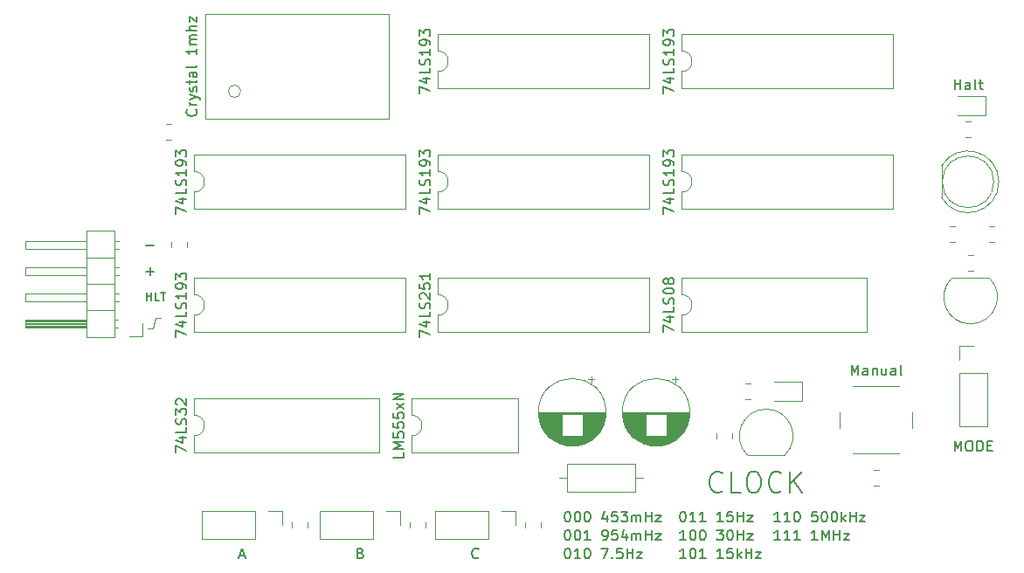
<source format=gbr>
%TF.GenerationSoftware,KiCad,Pcbnew,(5.1.10-1-10_14)*%
%TF.CreationDate,2021-07-31T21:51:31-04:00*%
%TF.ProjectId,CLOCK,434c4f43-4b2e-46b6-9963-61645f706362,rev?*%
%TF.SameCoordinates,Original*%
%TF.FileFunction,Legend,Top*%
%TF.FilePolarity,Positive*%
%FSLAX46Y46*%
G04 Gerber Fmt 4.6, Leading zero omitted, Abs format (unit mm)*
G04 Created by KiCad (PCBNEW (5.1.10-1-10_14)) date 2021-07-31 21:51:31*
%MOMM*%
%LPD*%
G01*
G04 APERTURE LIST*
%ADD10C,0.120000*%
%ADD11C,0.150000*%
%ADD12C,0.200000*%
G04 APERTURE END LIST*
D10*
X66548000Y-52578000D02*
X66802000Y-52578000D01*
X65786000Y-53594000D02*
X65532000Y-53594000D01*
X66294000Y-52578000D02*
X66548000Y-52578000D01*
X66040000Y-53594000D02*
X66294000Y-52578000D01*
X65786000Y-53594000D02*
X66040000Y-53594000D01*
D11*
X65436857Y-50907904D02*
X65436857Y-50107904D01*
X65436857Y-50488857D02*
X65894000Y-50488857D01*
X65894000Y-50907904D02*
X65894000Y-50107904D01*
X66655904Y-50907904D02*
X66274952Y-50907904D01*
X66274952Y-50107904D01*
X66808285Y-50107904D02*
X67265428Y-50107904D01*
X67036857Y-50907904D02*
X67036857Y-50107904D01*
X65405047Y-48077428D02*
X66166952Y-48077428D01*
X65786000Y-48458380D02*
X65786000Y-47696476D01*
X65405047Y-45537428D02*
X66166952Y-45537428D01*
X143748285Y-30424380D02*
X143748285Y-29424380D01*
X143748285Y-29900571D02*
X144319714Y-29900571D01*
X144319714Y-30424380D02*
X144319714Y-29424380D01*
X145224476Y-30424380D02*
X145224476Y-29900571D01*
X145176857Y-29805333D01*
X145081619Y-29757714D01*
X144891142Y-29757714D01*
X144795904Y-29805333D01*
X145224476Y-30376761D02*
X145129238Y-30424380D01*
X144891142Y-30424380D01*
X144795904Y-30376761D01*
X144748285Y-30281523D01*
X144748285Y-30186285D01*
X144795904Y-30091047D01*
X144891142Y-30043428D01*
X145129238Y-30043428D01*
X145224476Y-29995809D01*
X145843523Y-30424380D02*
X145748285Y-30376761D01*
X145700666Y-30281523D01*
X145700666Y-29424380D01*
X146081619Y-29757714D02*
X146462571Y-29757714D01*
X146224476Y-29424380D02*
X146224476Y-30281523D01*
X146272095Y-30376761D01*
X146367333Y-30424380D01*
X146462571Y-30424380D01*
X133739238Y-58110380D02*
X133739238Y-57110380D01*
X134072571Y-57824666D01*
X134405904Y-57110380D01*
X134405904Y-58110380D01*
X135310666Y-58110380D02*
X135310666Y-57586571D01*
X135263047Y-57491333D01*
X135167809Y-57443714D01*
X134977333Y-57443714D01*
X134882095Y-57491333D01*
X135310666Y-58062761D02*
X135215428Y-58110380D01*
X134977333Y-58110380D01*
X134882095Y-58062761D01*
X134834476Y-57967523D01*
X134834476Y-57872285D01*
X134882095Y-57777047D01*
X134977333Y-57729428D01*
X135215428Y-57729428D01*
X135310666Y-57681809D01*
X135786857Y-57443714D02*
X135786857Y-58110380D01*
X135786857Y-57538952D02*
X135834476Y-57491333D01*
X135929714Y-57443714D01*
X136072571Y-57443714D01*
X136167809Y-57491333D01*
X136215428Y-57586571D01*
X136215428Y-58110380D01*
X137120190Y-57443714D02*
X137120190Y-58110380D01*
X136691619Y-57443714D02*
X136691619Y-57967523D01*
X136739238Y-58062761D01*
X136834476Y-58110380D01*
X136977333Y-58110380D01*
X137072571Y-58062761D01*
X137120190Y-58015142D01*
X138024952Y-58110380D02*
X138024952Y-57586571D01*
X137977333Y-57491333D01*
X137882095Y-57443714D01*
X137691619Y-57443714D01*
X137596380Y-57491333D01*
X138024952Y-58062761D02*
X137929714Y-58110380D01*
X137691619Y-58110380D01*
X137596380Y-58062761D01*
X137548761Y-57967523D01*
X137548761Y-57872285D01*
X137596380Y-57777047D01*
X137691619Y-57729428D01*
X137929714Y-57729428D01*
X138024952Y-57681809D01*
X138644000Y-58110380D02*
X138548761Y-58062761D01*
X138501142Y-57967523D01*
X138501142Y-57110380D01*
D12*
X121221904Y-69294285D02*
X121126666Y-69389523D01*
X120840952Y-69484761D01*
X120650476Y-69484761D01*
X120364761Y-69389523D01*
X120174285Y-69199047D01*
X120079047Y-69008571D01*
X119983809Y-68627619D01*
X119983809Y-68341904D01*
X120079047Y-67960952D01*
X120174285Y-67770476D01*
X120364761Y-67580000D01*
X120650476Y-67484761D01*
X120840952Y-67484761D01*
X121126666Y-67580000D01*
X121221904Y-67675238D01*
X123031428Y-69484761D02*
X122079047Y-69484761D01*
X122079047Y-67484761D01*
X124079047Y-67484761D02*
X124460000Y-67484761D01*
X124650476Y-67580000D01*
X124840952Y-67770476D01*
X124936190Y-68151428D01*
X124936190Y-68818095D01*
X124840952Y-69199047D01*
X124650476Y-69389523D01*
X124460000Y-69484761D01*
X124079047Y-69484761D01*
X123888571Y-69389523D01*
X123698095Y-69199047D01*
X123602857Y-68818095D01*
X123602857Y-68151428D01*
X123698095Y-67770476D01*
X123888571Y-67580000D01*
X124079047Y-67484761D01*
X126936190Y-69294285D02*
X126840952Y-69389523D01*
X126555238Y-69484761D01*
X126364761Y-69484761D01*
X126079047Y-69389523D01*
X125888571Y-69199047D01*
X125793333Y-69008571D01*
X125698095Y-68627619D01*
X125698095Y-68341904D01*
X125793333Y-67960952D01*
X125888571Y-67770476D01*
X126079047Y-67580000D01*
X126364761Y-67484761D01*
X126555238Y-67484761D01*
X126840952Y-67580000D01*
X126936190Y-67675238D01*
X127793333Y-69484761D02*
X127793333Y-67484761D01*
X128936190Y-69484761D02*
X128079047Y-68341904D01*
X128936190Y-67484761D02*
X127793333Y-68627619D01*
D11*
X126843404Y-74112380D02*
X126271976Y-74112380D01*
X126557690Y-74112380D02*
X126557690Y-73112380D01*
X126462452Y-73255238D01*
X126367214Y-73350476D01*
X126271976Y-73398095D01*
X127795785Y-74112380D02*
X127224357Y-74112380D01*
X127510071Y-74112380D02*
X127510071Y-73112380D01*
X127414833Y-73255238D01*
X127319595Y-73350476D01*
X127224357Y-73398095D01*
X128748166Y-74112380D02*
X128176738Y-74112380D01*
X128462452Y-74112380D02*
X128462452Y-73112380D01*
X128367214Y-73255238D01*
X128271976Y-73350476D01*
X128176738Y-73398095D01*
X130462452Y-74112380D02*
X129891023Y-74112380D01*
X130176738Y-74112380D02*
X130176738Y-73112380D01*
X130081500Y-73255238D01*
X129986261Y-73350476D01*
X129891023Y-73398095D01*
X130891023Y-74112380D02*
X130891023Y-73112380D01*
X131224357Y-73826666D01*
X131557690Y-73112380D01*
X131557690Y-74112380D01*
X132033880Y-74112380D02*
X132033880Y-73112380D01*
X132033880Y-73588571D02*
X132605309Y-73588571D01*
X132605309Y-74112380D02*
X132605309Y-73112380D01*
X132986261Y-73445714D02*
X133510071Y-73445714D01*
X132986261Y-74112380D01*
X133510071Y-74112380D01*
X126843404Y-72334380D02*
X126271976Y-72334380D01*
X126557690Y-72334380D02*
X126557690Y-71334380D01*
X126462452Y-71477238D01*
X126367214Y-71572476D01*
X126271976Y-71620095D01*
X127795785Y-72334380D02*
X127224357Y-72334380D01*
X127510071Y-72334380D02*
X127510071Y-71334380D01*
X127414833Y-71477238D01*
X127319595Y-71572476D01*
X127224357Y-71620095D01*
X128414833Y-71334380D02*
X128510071Y-71334380D01*
X128605309Y-71382000D01*
X128652928Y-71429619D01*
X128700547Y-71524857D01*
X128748166Y-71715333D01*
X128748166Y-71953428D01*
X128700547Y-72143904D01*
X128652928Y-72239142D01*
X128605309Y-72286761D01*
X128510071Y-72334380D01*
X128414833Y-72334380D01*
X128319595Y-72286761D01*
X128271976Y-72239142D01*
X128224357Y-72143904D01*
X128176738Y-71953428D01*
X128176738Y-71715333D01*
X128224357Y-71524857D01*
X128271976Y-71429619D01*
X128319595Y-71382000D01*
X128414833Y-71334380D01*
X130414833Y-71334380D02*
X129938642Y-71334380D01*
X129891023Y-71810571D01*
X129938642Y-71762952D01*
X130033880Y-71715333D01*
X130271976Y-71715333D01*
X130367214Y-71762952D01*
X130414833Y-71810571D01*
X130462452Y-71905809D01*
X130462452Y-72143904D01*
X130414833Y-72239142D01*
X130367214Y-72286761D01*
X130271976Y-72334380D01*
X130033880Y-72334380D01*
X129938642Y-72286761D01*
X129891023Y-72239142D01*
X131081500Y-71334380D02*
X131176738Y-71334380D01*
X131271976Y-71382000D01*
X131319595Y-71429619D01*
X131367214Y-71524857D01*
X131414833Y-71715333D01*
X131414833Y-71953428D01*
X131367214Y-72143904D01*
X131319595Y-72239142D01*
X131271976Y-72286761D01*
X131176738Y-72334380D01*
X131081500Y-72334380D01*
X130986261Y-72286761D01*
X130938642Y-72239142D01*
X130891023Y-72143904D01*
X130843404Y-71953428D01*
X130843404Y-71715333D01*
X130891023Y-71524857D01*
X130938642Y-71429619D01*
X130986261Y-71382000D01*
X131081500Y-71334380D01*
X132033880Y-71334380D02*
X132129119Y-71334380D01*
X132224357Y-71382000D01*
X132271976Y-71429619D01*
X132319595Y-71524857D01*
X132367214Y-71715333D01*
X132367214Y-71953428D01*
X132319595Y-72143904D01*
X132271976Y-72239142D01*
X132224357Y-72286761D01*
X132129119Y-72334380D01*
X132033880Y-72334380D01*
X131938642Y-72286761D01*
X131891023Y-72239142D01*
X131843404Y-72143904D01*
X131795785Y-71953428D01*
X131795785Y-71715333D01*
X131843404Y-71524857D01*
X131891023Y-71429619D01*
X131938642Y-71382000D01*
X132033880Y-71334380D01*
X132795785Y-72334380D02*
X132795785Y-71334380D01*
X132891023Y-71953428D02*
X133176738Y-72334380D01*
X133176738Y-71667714D02*
X132795785Y-72048666D01*
X133605309Y-72334380D02*
X133605309Y-71334380D01*
X133605309Y-71810571D02*
X134176738Y-71810571D01*
X134176738Y-72334380D02*
X134176738Y-71334380D01*
X134557690Y-71667714D02*
X135081500Y-71667714D01*
X134557690Y-72334380D01*
X135081500Y-72334380D01*
X117699404Y-75890380D02*
X117127976Y-75890380D01*
X117413690Y-75890380D02*
X117413690Y-74890380D01*
X117318452Y-75033238D01*
X117223214Y-75128476D01*
X117127976Y-75176095D01*
X118318452Y-74890380D02*
X118413690Y-74890380D01*
X118508928Y-74938000D01*
X118556547Y-74985619D01*
X118604166Y-75080857D01*
X118651785Y-75271333D01*
X118651785Y-75509428D01*
X118604166Y-75699904D01*
X118556547Y-75795142D01*
X118508928Y-75842761D01*
X118413690Y-75890380D01*
X118318452Y-75890380D01*
X118223214Y-75842761D01*
X118175595Y-75795142D01*
X118127976Y-75699904D01*
X118080357Y-75509428D01*
X118080357Y-75271333D01*
X118127976Y-75080857D01*
X118175595Y-74985619D01*
X118223214Y-74938000D01*
X118318452Y-74890380D01*
X119604166Y-75890380D02*
X119032738Y-75890380D01*
X119318452Y-75890380D02*
X119318452Y-74890380D01*
X119223214Y-75033238D01*
X119127976Y-75128476D01*
X119032738Y-75176095D01*
X121318452Y-75890380D02*
X120747023Y-75890380D01*
X121032738Y-75890380D02*
X121032738Y-74890380D01*
X120937500Y-75033238D01*
X120842261Y-75128476D01*
X120747023Y-75176095D01*
X122223214Y-74890380D02*
X121747023Y-74890380D01*
X121699404Y-75366571D01*
X121747023Y-75318952D01*
X121842261Y-75271333D01*
X122080357Y-75271333D01*
X122175595Y-75318952D01*
X122223214Y-75366571D01*
X122270833Y-75461809D01*
X122270833Y-75699904D01*
X122223214Y-75795142D01*
X122175595Y-75842761D01*
X122080357Y-75890380D01*
X121842261Y-75890380D01*
X121747023Y-75842761D01*
X121699404Y-75795142D01*
X122699404Y-75890380D02*
X122699404Y-74890380D01*
X122794642Y-75509428D02*
X123080357Y-75890380D01*
X123080357Y-75223714D02*
X122699404Y-75604666D01*
X123508928Y-75890380D02*
X123508928Y-74890380D01*
X123508928Y-75366571D02*
X124080357Y-75366571D01*
X124080357Y-75890380D02*
X124080357Y-74890380D01*
X124461309Y-75223714D02*
X124985119Y-75223714D01*
X124461309Y-75890380D01*
X124985119Y-75890380D01*
X117699404Y-74112380D02*
X117127976Y-74112380D01*
X117413690Y-74112380D02*
X117413690Y-73112380D01*
X117318452Y-73255238D01*
X117223214Y-73350476D01*
X117127976Y-73398095D01*
X118318452Y-73112380D02*
X118413690Y-73112380D01*
X118508928Y-73160000D01*
X118556547Y-73207619D01*
X118604166Y-73302857D01*
X118651785Y-73493333D01*
X118651785Y-73731428D01*
X118604166Y-73921904D01*
X118556547Y-74017142D01*
X118508928Y-74064761D01*
X118413690Y-74112380D01*
X118318452Y-74112380D01*
X118223214Y-74064761D01*
X118175595Y-74017142D01*
X118127976Y-73921904D01*
X118080357Y-73731428D01*
X118080357Y-73493333D01*
X118127976Y-73302857D01*
X118175595Y-73207619D01*
X118223214Y-73160000D01*
X118318452Y-73112380D01*
X119270833Y-73112380D02*
X119366071Y-73112380D01*
X119461309Y-73160000D01*
X119508928Y-73207619D01*
X119556547Y-73302857D01*
X119604166Y-73493333D01*
X119604166Y-73731428D01*
X119556547Y-73921904D01*
X119508928Y-74017142D01*
X119461309Y-74064761D01*
X119366071Y-74112380D01*
X119270833Y-74112380D01*
X119175595Y-74064761D01*
X119127976Y-74017142D01*
X119080357Y-73921904D01*
X119032738Y-73731428D01*
X119032738Y-73493333D01*
X119080357Y-73302857D01*
X119127976Y-73207619D01*
X119175595Y-73160000D01*
X119270833Y-73112380D01*
X120699404Y-73112380D02*
X121318452Y-73112380D01*
X120985119Y-73493333D01*
X121127976Y-73493333D01*
X121223214Y-73540952D01*
X121270833Y-73588571D01*
X121318452Y-73683809D01*
X121318452Y-73921904D01*
X121270833Y-74017142D01*
X121223214Y-74064761D01*
X121127976Y-74112380D01*
X120842261Y-74112380D01*
X120747023Y-74064761D01*
X120699404Y-74017142D01*
X121937500Y-73112380D02*
X122032738Y-73112380D01*
X122127976Y-73160000D01*
X122175595Y-73207619D01*
X122223214Y-73302857D01*
X122270833Y-73493333D01*
X122270833Y-73731428D01*
X122223214Y-73921904D01*
X122175595Y-74017142D01*
X122127976Y-74064761D01*
X122032738Y-74112380D01*
X121937500Y-74112380D01*
X121842261Y-74064761D01*
X121794642Y-74017142D01*
X121747023Y-73921904D01*
X121699404Y-73731428D01*
X121699404Y-73493333D01*
X121747023Y-73302857D01*
X121794642Y-73207619D01*
X121842261Y-73160000D01*
X121937500Y-73112380D01*
X122699404Y-74112380D02*
X122699404Y-73112380D01*
X122699404Y-73588571D02*
X123270833Y-73588571D01*
X123270833Y-74112380D02*
X123270833Y-73112380D01*
X123651785Y-73445714D02*
X124175595Y-73445714D01*
X123651785Y-74112380D01*
X124175595Y-74112380D01*
X117366071Y-71334380D02*
X117461309Y-71334380D01*
X117556547Y-71382000D01*
X117604166Y-71429619D01*
X117651785Y-71524857D01*
X117699404Y-71715333D01*
X117699404Y-71953428D01*
X117651785Y-72143904D01*
X117604166Y-72239142D01*
X117556547Y-72286761D01*
X117461309Y-72334380D01*
X117366071Y-72334380D01*
X117270833Y-72286761D01*
X117223214Y-72239142D01*
X117175595Y-72143904D01*
X117127976Y-71953428D01*
X117127976Y-71715333D01*
X117175595Y-71524857D01*
X117223214Y-71429619D01*
X117270833Y-71382000D01*
X117366071Y-71334380D01*
X118651785Y-72334380D02*
X118080357Y-72334380D01*
X118366071Y-72334380D02*
X118366071Y-71334380D01*
X118270833Y-71477238D01*
X118175595Y-71572476D01*
X118080357Y-71620095D01*
X119604166Y-72334380D02*
X119032738Y-72334380D01*
X119318452Y-72334380D02*
X119318452Y-71334380D01*
X119223214Y-71477238D01*
X119127976Y-71572476D01*
X119032738Y-71620095D01*
X121318452Y-72334380D02*
X120747023Y-72334380D01*
X121032738Y-72334380D02*
X121032738Y-71334380D01*
X120937500Y-71477238D01*
X120842261Y-71572476D01*
X120747023Y-71620095D01*
X122223214Y-71334380D02*
X121747023Y-71334380D01*
X121699404Y-71810571D01*
X121747023Y-71762952D01*
X121842261Y-71715333D01*
X122080357Y-71715333D01*
X122175595Y-71762952D01*
X122223214Y-71810571D01*
X122270833Y-71905809D01*
X122270833Y-72143904D01*
X122223214Y-72239142D01*
X122175595Y-72286761D01*
X122080357Y-72334380D01*
X121842261Y-72334380D01*
X121747023Y-72286761D01*
X121699404Y-72239142D01*
X122699404Y-72334380D02*
X122699404Y-71334380D01*
X122699404Y-71810571D02*
X123270833Y-71810571D01*
X123270833Y-72334380D02*
X123270833Y-71334380D01*
X123651785Y-71667714D02*
X124175595Y-71667714D01*
X123651785Y-72334380D01*
X124175595Y-72334380D01*
X106190071Y-74890380D02*
X106285309Y-74890380D01*
X106380547Y-74938000D01*
X106428166Y-74985619D01*
X106475785Y-75080857D01*
X106523404Y-75271333D01*
X106523404Y-75509428D01*
X106475785Y-75699904D01*
X106428166Y-75795142D01*
X106380547Y-75842761D01*
X106285309Y-75890380D01*
X106190071Y-75890380D01*
X106094833Y-75842761D01*
X106047214Y-75795142D01*
X105999595Y-75699904D01*
X105951976Y-75509428D01*
X105951976Y-75271333D01*
X105999595Y-75080857D01*
X106047214Y-74985619D01*
X106094833Y-74938000D01*
X106190071Y-74890380D01*
X107475785Y-75890380D02*
X106904357Y-75890380D01*
X107190071Y-75890380D02*
X107190071Y-74890380D01*
X107094833Y-75033238D01*
X106999595Y-75128476D01*
X106904357Y-75176095D01*
X108094833Y-74890380D02*
X108190071Y-74890380D01*
X108285309Y-74938000D01*
X108332928Y-74985619D01*
X108380547Y-75080857D01*
X108428166Y-75271333D01*
X108428166Y-75509428D01*
X108380547Y-75699904D01*
X108332928Y-75795142D01*
X108285309Y-75842761D01*
X108190071Y-75890380D01*
X108094833Y-75890380D01*
X107999595Y-75842761D01*
X107951976Y-75795142D01*
X107904357Y-75699904D01*
X107856738Y-75509428D01*
X107856738Y-75271333D01*
X107904357Y-75080857D01*
X107951976Y-74985619D01*
X107999595Y-74938000D01*
X108094833Y-74890380D01*
X109523404Y-74890380D02*
X110190071Y-74890380D01*
X109761500Y-75890380D01*
X110571023Y-75795142D02*
X110618642Y-75842761D01*
X110571023Y-75890380D01*
X110523404Y-75842761D01*
X110571023Y-75795142D01*
X110571023Y-75890380D01*
X111523404Y-74890380D02*
X111047214Y-74890380D01*
X110999595Y-75366571D01*
X111047214Y-75318952D01*
X111142452Y-75271333D01*
X111380547Y-75271333D01*
X111475785Y-75318952D01*
X111523404Y-75366571D01*
X111571023Y-75461809D01*
X111571023Y-75699904D01*
X111523404Y-75795142D01*
X111475785Y-75842761D01*
X111380547Y-75890380D01*
X111142452Y-75890380D01*
X111047214Y-75842761D01*
X110999595Y-75795142D01*
X111999595Y-75890380D02*
X111999595Y-74890380D01*
X111999595Y-75366571D02*
X112571023Y-75366571D01*
X112571023Y-75890380D02*
X112571023Y-74890380D01*
X112951976Y-75223714D02*
X113475785Y-75223714D01*
X112951976Y-75890380D01*
X113475785Y-75890380D01*
X106190071Y-73112380D02*
X106285309Y-73112380D01*
X106380547Y-73160000D01*
X106428166Y-73207619D01*
X106475785Y-73302857D01*
X106523404Y-73493333D01*
X106523404Y-73731428D01*
X106475785Y-73921904D01*
X106428166Y-74017142D01*
X106380547Y-74064761D01*
X106285309Y-74112380D01*
X106190071Y-74112380D01*
X106094833Y-74064761D01*
X106047214Y-74017142D01*
X105999595Y-73921904D01*
X105951976Y-73731428D01*
X105951976Y-73493333D01*
X105999595Y-73302857D01*
X106047214Y-73207619D01*
X106094833Y-73160000D01*
X106190071Y-73112380D01*
X107142452Y-73112380D02*
X107237690Y-73112380D01*
X107332928Y-73160000D01*
X107380547Y-73207619D01*
X107428166Y-73302857D01*
X107475785Y-73493333D01*
X107475785Y-73731428D01*
X107428166Y-73921904D01*
X107380547Y-74017142D01*
X107332928Y-74064761D01*
X107237690Y-74112380D01*
X107142452Y-74112380D01*
X107047214Y-74064761D01*
X106999595Y-74017142D01*
X106951976Y-73921904D01*
X106904357Y-73731428D01*
X106904357Y-73493333D01*
X106951976Y-73302857D01*
X106999595Y-73207619D01*
X107047214Y-73160000D01*
X107142452Y-73112380D01*
X108428166Y-74112380D02*
X107856738Y-74112380D01*
X108142452Y-74112380D02*
X108142452Y-73112380D01*
X108047214Y-73255238D01*
X107951976Y-73350476D01*
X107856738Y-73398095D01*
X109666261Y-74112380D02*
X109856738Y-74112380D01*
X109951976Y-74064761D01*
X109999595Y-74017142D01*
X110094833Y-73874285D01*
X110142452Y-73683809D01*
X110142452Y-73302857D01*
X110094833Y-73207619D01*
X110047214Y-73160000D01*
X109951976Y-73112380D01*
X109761500Y-73112380D01*
X109666261Y-73160000D01*
X109618642Y-73207619D01*
X109571023Y-73302857D01*
X109571023Y-73540952D01*
X109618642Y-73636190D01*
X109666261Y-73683809D01*
X109761500Y-73731428D01*
X109951976Y-73731428D01*
X110047214Y-73683809D01*
X110094833Y-73636190D01*
X110142452Y-73540952D01*
X111047214Y-73112380D02*
X110571023Y-73112380D01*
X110523404Y-73588571D01*
X110571023Y-73540952D01*
X110666261Y-73493333D01*
X110904357Y-73493333D01*
X110999595Y-73540952D01*
X111047214Y-73588571D01*
X111094833Y-73683809D01*
X111094833Y-73921904D01*
X111047214Y-74017142D01*
X110999595Y-74064761D01*
X110904357Y-74112380D01*
X110666261Y-74112380D01*
X110571023Y-74064761D01*
X110523404Y-74017142D01*
X111951976Y-73445714D02*
X111951976Y-74112380D01*
X111713880Y-73064761D02*
X111475785Y-73779047D01*
X112094833Y-73779047D01*
X112475785Y-74112380D02*
X112475785Y-73445714D01*
X112475785Y-73540952D02*
X112523404Y-73493333D01*
X112618642Y-73445714D01*
X112761500Y-73445714D01*
X112856738Y-73493333D01*
X112904357Y-73588571D01*
X112904357Y-74112380D01*
X112904357Y-73588571D02*
X112951976Y-73493333D01*
X113047214Y-73445714D01*
X113190071Y-73445714D01*
X113285309Y-73493333D01*
X113332928Y-73588571D01*
X113332928Y-74112380D01*
X113809119Y-74112380D02*
X113809119Y-73112380D01*
X113809119Y-73588571D02*
X114380547Y-73588571D01*
X114380547Y-74112380D02*
X114380547Y-73112380D01*
X114761500Y-73445714D02*
X115285309Y-73445714D01*
X114761500Y-74112380D01*
X115285309Y-74112380D01*
X106190071Y-71334380D02*
X106285309Y-71334380D01*
X106380547Y-71382000D01*
X106428166Y-71429619D01*
X106475785Y-71524857D01*
X106523404Y-71715333D01*
X106523404Y-71953428D01*
X106475785Y-72143904D01*
X106428166Y-72239142D01*
X106380547Y-72286761D01*
X106285309Y-72334380D01*
X106190071Y-72334380D01*
X106094833Y-72286761D01*
X106047214Y-72239142D01*
X105999595Y-72143904D01*
X105951976Y-71953428D01*
X105951976Y-71715333D01*
X105999595Y-71524857D01*
X106047214Y-71429619D01*
X106094833Y-71382000D01*
X106190071Y-71334380D01*
X107142452Y-71334380D02*
X107237690Y-71334380D01*
X107332928Y-71382000D01*
X107380547Y-71429619D01*
X107428166Y-71524857D01*
X107475785Y-71715333D01*
X107475785Y-71953428D01*
X107428166Y-72143904D01*
X107380547Y-72239142D01*
X107332928Y-72286761D01*
X107237690Y-72334380D01*
X107142452Y-72334380D01*
X107047214Y-72286761D01*
X106999595Y-72239142D01*
X106951976Y-72143904D01*
X106904357Y-71953428D01*
X106904357Y-71715333D01*
X106951976Y-71524857D01*
X106999595Y-71429619D01*
X107047214Y-71382000D01*
X107142452Y-71334380D01*
X108094833Y-71334380D02*
X108190071Y-71334380D01*
X108285309Y-71382000D01*
X108332928Y-71429619D01*
X108380547Y-71524857D01*
X108428166Y-71715333D01*
X108428166Y-71953428D01*
X108380547Y-72143904D01*
X108332928Y-72239142D01*
X108285309Y-72286761D01*
X108190071Y-72334380D01*
X108094833Y-72334380D01*
X107999595Y-72286761D01*
X107951976Y-72239142D01*
X107904357Y-72143904D01*
X107856738Y-71953428D01*
X107856738Y-71715333D01*
X107904357Y-71524857D01*
X107951976Y-71429619D01*
X107999595Y-71382000D01*
X108094833Y-71334380D01*
X110047214Y-71667714D02*
X110047214Y-72334380D01*
X109809119Y-71286761D02*
X109571023Y-72001047D01*
X110190071Y-72001047D01*
X111047214Y-71334380D02*
X110571023Y-71334380D01*
X110523404Y-71810571D01*
X110571023Y-71762952D01*
X110666261Y-71715333D01*
X110904357Y-71715333D01*
X110999595Y-71762952D01*
X111047214Y-71810571D01*
X111094833Y-71905809D01*
X111094833Y-72143904D01*
X111047214Y-72239142D01*
X110999595Y-72286761D01*
X110904357Y-72334380D01*
X110666261Y-72334380D01*
X110571023Y-72286761D01*
X110523404Y-72239142D01*
X111428166Y-71334380D02*
X112047214Y-71334380D01*
X111713880Y-71715333D01*
X111856738Y-71715333D01*
X111951976Y-71762952D01*
X111999595Y-71810571D01*
X112047214Y-71905809D01*
X112047214Y-72143904D01*
X111999595Y-72239142D01*
X111951976Y-72286761D01*
X111856738Y-72334380D01*
X111571023Y-72334380D01*
X111475785Y-72286761D01*
X111428166Y-72239142D01*
X112475785Y-72334380D02*
X112475785Y-71667714D01*
X112475785Y-71762952D02*
X112523404Y-71715333D01*
X112618642Y-71667714D01*
X112761500Y-71667714D01*
X112856738Y-71715333D01*
X112904357Y-71810571D01*
X112904357Y-72334380D01*
X112904357Y-71810571D02*
X112951976Y-71715333D01*
X113047214Y-71667714D01*
X113190071Y-71667714D01*
X113285309Y-71715333D01*
X113332928Y-71810571D01*
X113332928Y-72334380D01*
X113809119Y-72334380D02*
X113809119Y-71334380D01*
X113809119Y-71810571D02*
X114380547Y-71810571D01*
X114380547Y-72334380D02*
X114380547Y-71334380D01*
X114761500Y-71667714D02*
X115285309Y-71667714D01*
X114761500Y-72334380D01*
X115285309Y-72334380D01*
X97591523Y-75795142D02*
X97543904Y-75842761D01*
X97401047Y-75890380D01*
X97305809Y-75890380D01*
X97162952Y-75842761D01*
X97067714Y-75747523D01*
X97020095Y-75652285D01*
X96972476Y-75461809D01*
X96972476Y-75318952D01*
X97020095Y-75128476D01*
X97067714Y-75033238D01*
X97162952Y-74938000D01*
X97305809Y-74890380D01*
X97401047Y-74890380D01*
X97543904Y-74938000D01*
X97591523Y-74985619D01*
X86177428Y-75366571D02*
X86320285Y-75414190D01*
X86367904Y-75461809D01*
X86415523Y-75557047D01*
X86415523Y-75699904D01*
X86367904Y-75795142D01*
X86320285Y-75842761D01*
X86225047Y-75890380D01*
X85844095Y-75890380D01*
X85844095Y-74890380D01*
X86177428Y-74890380D01*
X86272666Y-74938000D01*
X86320285Y-74985619D01*
X86367904Y-75080857D01*
X86367904Y-75176095D01*
X86320285Y-75271333D01*
X86272666Y-75318952D01*
X86177428Y-75366571D01*
X85844095Y-75366571D01*
X74437904Y-75604666D02*
X74914095Y-75604666D01*
X74342666Y-75890380D02*
X74676000Y-74890380D01*
X75009333Y-75890380D01*
X143732476Y-65476380D02*
X143732476Y-64476380D01*
X144065809Y-65190666D01*
X144399142Y-64476380D01*
X144399142Y-65476380D01*
X145065809Y-64476380D02*
X145256285Y-64476380D01*
X145351523Y-64524000D01*
X145446761Y-64619238D01*
X145494380Y-64809714D01*
X145494380Y-65143047D01*
X145446761Y-65333523D01*
X145351523Y-65428761D01*
X145256285Y-65476380D01*
X145065809Y-65476380D01*
X144970571Y-65428761D01*
X144875333Y-65333523D01*
X144827714Y-65143047D01*
X144827714Y-64809714D01*
X144875333Y-64619238D01*
X144970571Y-64524000D01*
X145065809Y-64476380D01*
X145922952Y-65476380D02*
X145922952Y-64476380D01*
X146161047Y-64476380D01*
X146303904Y-64524000D01*
X146399142Y-64619238D01*
X146446761Y-64714476D01*
X146494380Y-64904952D01*
X146494380Y-65047809D01*
X146446761Y-65238285D01*
X146399142Y-65333523D01*
X146303904Y-65428761D01*
X146161047Y-65476380D01*
X145922952Y-65476380D01*
X146922952Y-64952571D02*
X147256285Y-64952571D01*
X147399142Y-65476380D02*
X146922952Y-65476380D01*
X146922952Y-64476380D01*
X147399142Y-64476380D01*
D10*
%TO.C,J2*%
X62314000Y-54416000D02*
X62314000Y-44136000D01*
X62314000Y-44136000D02*
X59654000Y-44136000D01*
X59654000Y-44136000D02*
X59654000Y-54416000D01*
X59654000Y-54416000D02*
X62314000Y-54416000D01*
X59654000Y-53466000D02*
X53654000Y-53466000D01*
X53654000Y-53466000D02*
X53654000Y-52706000D01*
X53654000Y-52706000D02*
X59654000Y-52706000D01*
X59654000Y-53406000D02*
X53654000Y-53406000D01*
X59654000Y-53286000D02*
X53654000Y-53286000D01*
X59654000Y-53166000D02*
X53654000Y-53166000D01*
X59654000Y-53046000D02*
X53654000Y-53046000D01*
X59654000Y-52926000D02*
X53654000Y-52926000D01*
X59654000Y-52806000D02*
X53654000Y-52806000D01*
X62644000Y-53466000D02*
X62314000Y-53466000D01*
X62644000Y-52706000D02*
X62314000Y-52706000D01*
X62314000Y-51816000D02*
X59654000Y-51816000D01*
X59654000Y-50926000D02*
X53654000Y-50926000D01*
X53654000Y-50926000D02*
X53654000Y-50166000D01*
X53654000Y-50166000D02*
X59654000Y-50166000D01*
X62711071Y-50926000D02*
X62314000Y-50926000D01*
X62711071Y-50166000D02*
X62314000Y-50166000D01*
X62314000Y-49276000D02*
X59654000Y-49276000D01*
X59654000Y-48386000D02*
X53654000Y-48386000D01*
X53654000Y-48386000D02*
X53654000Y-47626000D01*
X53654000Y-47626000D02*
X59654000Y-47626000D01*
X62711071Y-48386000D02*
X62314000Y-48386000D01*
X62711071Y-47626000D02*
X62314000Y-47626000D01*
X62314000Y-46736000D02*
X59654000Y-46736000D01*
X59654000Y-45846000D02*
X53654000Y-45846000D01*
X53654000Y-45846000D02*
X53654000Y-45086000D01*
X53654000Y-45086000D02*
X59654000Y-45086000D01*
X62711071Y-45846000D02*
X62314000Y-45846000D01*
X62711071Y-45086000D02*
X62314000Y-45086000D01*
X65024000Y-53086000D02*
X65024000Y-54356000D01*
X65024000Y-54356000D02*
X63754000Y-54356000D01*
%TO.C,R3*%
X135916936Y-67337000D02*
X136371064Y-67337000D01*
X135916936Y-68807000D02*
X136371064Y-68807000D01*
%TO.C,R11*%
X103605000Y-72416936D02*
X103605000Y-72871064D01*
X102135000Y-72416936D02*
X102135000Y-72871064D01*
%TO.C,R10*%
X92429000Y-72416936D02*
X92429000Y-72871064D01*
X90959000Y-72416936D02*
X90959000Y-72871064D01*
%TO.C,R9*%
X80999000Y-72416936D02*
X80999000Y-72871064D01*
X79529000Y-72416936D02*
X79529000Y-72871064D01*
%TO.C,R2*%
X106204000Y-66702000D02*
X106204000Y-69442000D01*
X106204000Y-69442000D02*
X112744000Y-69442000D01*
X112744000Y-69442000D02*
X112744000Y-66702000D01*
X112744000Y-66702000D02*
X106204000Y-66702000D01*
X105434000Y-68072000D02*
X106204000Y-68072000D01*
X113514000Y-68072000D02*
X112744000Y-68072000D01*
%TO.C,SW3*%
X133842000Y-65698000D02*
X138342000Y-65698000D01*
X132592000Y-61698000D02*
X132592000Y-63198000D01*
X138342000Y-59198000D02*
X133842000Y-59198000D01*
X139592000Y-63198000D02*
X139592000Y-61698000D01*
%TO.C,R12*%
X145515064Y-47979000D02*
X145060936Y-47979000D01*
X145515064Y-46509000D02*
X145060936Y-46509000D01*
%TO.C,R8*%
X145261064Y-35025000D02*
X144806936Y-35025000D01*
X145261064Y-33555000D02*
X144806936Y-33555000D01*
%TO.C,R7*%
X147547064Y-45185000D02*
X147092936Y-45185000D01*
X147547064Y-43715000D02*
X147092936Y-43715000D01*
%TO.C,R6*%
X143282936Y-43715000D02*
X143737064Y-43715000D01*
X143282936Y-45185000D02*
X143737064Y-45185000D01*
%TO.C,R4*%
X123925064Y-60425000D02*
X123470936Y-60425000D01*
X123925064Y-58955000D02*
X123470936Y-58955000D01*
%TO.C,R1*%
X120677000Y-64235064D02*
X120677000Y-63780936D01*
X122147000Y-64235064D02*
X122147000Y-63780936D01*
%TO.C,Q2*%
X143449522Y-48707522D02*
G75*
G03*
X145288000Y-53146000I1838478J-1838478D01*
G01*
X147126478Y-48707522D02*
G75*
G02*
X145288000Y-53146000I-1838478J-1838478D01*
G01*
X147088000Y-48696000D02*
X143488000Y-48696000D01*
%TO.C,Q1*%
X127314478Y-65846478D02*
G75*
G03*
X125476000Y-61408000I-1838478J1838478D01*
G01*
X123637522Y-65846478D02*
G75*
G02*
X125476000Y-61408000I1838478J1838478D01*
G01*
X123676000Y-65858000D02*
X127276000Y-65858000D01*
%TO.C,J7*%
X144212000Y-63052000D02*
X146872000Y-63052000D01*
X144212000Y-57912000D02*
X144212000Y-63052000D01*
X146872000Y-57912000D02*
X146872000Y-63052000D01*
X144212000Y-57912000D02*
X146872000Y-57912000D01*
X144212000Y-56642000D02*
X144212000Y-55312000D01*
X144212000Y-55312000D02*
X145542000Y-55312000D01*
%TO.C,J6*%
X93412000Y-71314000D02*
X93412000Y-73974000D01*
X98552000Y-71314000D02*
X93412000Y-71314000D01*
X98552000Y-73974000D02*
X93412000Y-73974000D01*
X98552000Y-71314000D02*
X98552000Y-73974000D01*
X99822000Y-71314000D02*
X101152000Y-71314000D01*
X101152000Y-71314000D02*
X101152000Y-72644000D01*
%TO.C,J5*%
X82236000Y-71314000D02*
X82236000Y-73974000D01*
X87376000Y-71314000D02*
X82236000Y-71314000D01*
X87376000Y-73974000D02*
X82236000Y-73974000D01*
X87376000Y-71314000D02*
X87376000Y-73974000D01*
X88646000Y-71314000D02*
X89976000Y-71314000D01*
X89976000Y-71314000D02*
X89976000Y-72644000D01*
%TO.C,J3*%
X70806000Y-71314000D02*
X70806000Y-73974000D01*
X75946000Y-71314000D02*
X70806000Y-71314000D01*
X75946000Y-73974000D02*
X70806000Y-73974000D01*
X75946000Y-71314000D02*
X75946000Y-73974000D01*
X77216000Y-71314000D02*
X78546000Y-71314000D01*
X78546000Y-71314000D02*
X78546000Y-72644000D01*
%TO.C,D3*%
X144034000Y-32964000D02*
X146719000Y-32964000D01*
X146719000Y-32964000D02*
X146719000Y-31044000D01*
X146719000Y-31044000D02*
X144034000Y-31044000D01*
%TO.C,D2*%
X148024000Y-39369538D02*
G75*
G02*
X142474000Y-40914830I-2990000J-462D01*
G01*
X148024000Y-39370462D02*
G75*
G03*
X142474000Y-37825170I-2990000J462D01*
G01*
X147534000Y-39370000D02*
G75*
G03*
X147534000Y-39370000I-2500000J0D01*
G01*
X142474000Y-37825000D02*
X142474000Y-40915000D01*
%TO.C,D1*%
X126254000Y-60650000D02*
X128939000Y-60650000D01*
X128939000Y-60650000D02*
X128939000Y-58730000D01*
X128939000Y-58730000D02*
X126254000Y-58730000D01*
%TO.C,C4*%
X109950000Y-61702000D02*
G75*
G03*
X109950000Y-61702000I-3270000J0D01*
G01*
X109910000Y-61702000D02*
X103450000Y-61702000D01*
X109910000Y-61742000D02*
X103450000Y-61742000D01*
X109910000Y-61782000D02*
X103450000Y-61782000D01*
X109908000Y-61822000D02*
X103452000Y-61822000D01*
X109907000Y-61862000D02*
X103453000Y-61862000D01*
X109904000Y-61902000D02*
X103456000Y-61902000D01*
X109902000Y-61942000D02*
X107720000Y-61942000D01*
X105640000Y-61942000D02*
X103458000Y-61942000D01*
X109898000Y-61982000D02*
X107720000Y-61982000D01*
X105640000Y-61982000D02*
X103462000Y-61982000D01*
X109895000Y-62022000D02*
X107720000Y-62022000D01*
X105640000Y-62022000D02*
X103465000Y-62022000D01*
X109891000Y-62062000D02*
X107720000Y-62062000D01*
X105640000Y-62062000D02*
X103469000Y-62062000D01*
X109886000Y-62102000D02*
X107720000Y-62102000D01*
X105640000Y-62102000D02*
X103474000Y-62102000D01*
X109881000Y-62142000D02*
X107720000Y-62142000D01*
X105640000Y-62142000D02*
X103479000Y-62142000D01*
X109875000Y-62182000D02*
X107720000Y-62182000D01*
X105640000Y-62182000D02*
X103485000Y-62182000D01*
X109869000Y-62222000D02*
X107720000Y-62222000D01*
X105640000Y-62222000D02*
X103491000Y-62222000D01*
X109862000Y-62262000D02*
X107720000Y-62262000D01*
X105640000Y-62262000D02*
X103498000Y-62262000D01*
X109855000Y-62302000D02*
X107720000Y-62302000D01*
X105640000Y-62302000D02*
X103505000Y-62302000D01*
X109847000Y-62342000D02*
X107720000Y-62342000D01*
X105640000Y-62342000D02*
X103513000Y-62342000D01*
X109839000Y-62382000D02*
X107720000Y-62382000D01*
X105640000Y-62382000D02*
X103521000Y-62382000D01*
X109830000Y-62423000D02*
X107720000Y-62423000D01*
X105640000Y-62423000D02*
X103530000Y-62423000D01*
X109821000Y-62463000D02*
X107720000Y-62463000D01*
X105640000Y-62463000D02*
X103539000Y-62463000D01*
X109811000Y-62503000D02*
X107720000Y-62503000D01*
X105640000Y-62503000D02*
X103549000Y-62503000D01*
X109801000Y-62543000D02*
X107720000Y-62543000D01*
X105640000Y-62543000D02*
X103559000Y-62543000D01*
X109790000Y-62583000D02*
X107720000Y-62583000D01*
X105640000Y-62583000D02*
X103570000Y-62583000D01*
X109778000Y-62623000D02*
X107720000Y-62623000D01*
X105640000Y-62623000D02*
X103582000Y-62623000D01*
X109766000Y-62663000D02*
X107720000Y-62663000D01*
X105640000Y-62663000D02*
X103594000Y-62663000D01*
X109754000Y-62703000D02*
X107720000Y-62703000D01*
X105640000Y-62703000D02*
X103606000Y-62703000D01*
X109741000Y-62743000D02*
X107720000Y-62743000D01*
X105640000Y-62743000D02*
X103619000Y-62743000D01*
X109727000Y-62783000D02*
X107720000Y-62783000D01*
X105640000Y-62783000D02*
X103633000Y-62783000D01*
X109713000Y-62823000D02*
X107720000Y-62823000D01*
X105640000Y-62823000D02*
X103647000Y-62823000D01*
X109698000Y-62863000D02*
X107720000Y-62863000D01*
X105640000Y-62863000D02*
X103662000Y-62863000D01*
X109682000Y-62903000D02*
X107720000Y-62903000D01*
X105640000Y-62903000D02*
X103678000Y-62903000D01*
X109666000Y-62943000D02*
X107720000Y-62943000D01*
X105640000Y-62943000D02*
X103694000Y-62943000D01*
X109650000Y-62983000D02*
X107720000Y-62983000D01*
X105640000Y-62983000D02*
X103710000Y-62983000D01*
X109632000Y-63023000D02*
X107720000Y-63023000D01*
X105640000Y-63023000D02*
X103728000Y-63023000D01*
X109614000Y-63063000D02*
X107720000Y-63063000D01*
X105640000Y-63063000D02*
X103746000Y-63063000D01*
X109596000Y-63103000D02*
X107720000Y-63103000D01*
X105640000Y-63103000D02*
X103764000Y-63103000D01*
X109576000Y-63143000D02*
X107720000Y-63143000D01*
X105640000Y-63143000D02*
X103784000Y-63143000D01*
X109556000Y-63183000D02*
X107720000Y-63183000D01*
X105640000Y-63183000D02*
X103804000Y-63183000D01*
X109536000Y-63223000D02*
X107720000Y-63223000D01*
X105640000Y-63223000D02*
X103824000Y-63223000D01*
X109514000Y-63263000D02*
X107720000Y-63263000D01*
X105640000Y-63263000D02*
X103846000Y-63263000D01*
X109492000Y-63303000D02*
X107720000Y-63303000D01*
X105640000Y-63303000D02*
X103868000Y-63303000D01*
X109470000Y-63343000D02*
X107720000Y-63343000D01*
X105640000Y-63343000D02*
X103890000Y-63343000D01*
X109446000Y-63383000D02*
X107720000Y-63383000D01*
X105640000Y-63383000D02*
X103914000Y-63383000D01*
X109422000Y-63423000D02*
X107720000Y-63423000D01*
X105640000Y-63423000D02*
X103938000Y-63423000D01*
X109396000Y-63463000D02*
X107720000Y-63463000D01*
X105640000Y-63463000D02*
X103964000Y-63463000D01*
X109370000Y-63503000D02*
X107720000Y-63503000D01*
X105640000Y-63503000D02*
X103990000Y-63503000D01*
X109344000Y-63543000D02*
X107720000Y-63543000D01*
X105640000Y-63543000D02*
X104016000Y-63543000D01*
X109316000Y-63583000D02*
X107720000Y-63583000D01*
X105640000Y-63583000D02*
X104044000Y-63583000D01*
X109287000Y-63623000D02*
X107720000Y-63623000D01*
X105640000Y-63623000D02*
X104073000Y-63623000D01*
X109258000Y-63663000D02*
X107720000Y-63663000D01*
X105640000Y-63663000D02*
X104102000Y-63663000D01*
X109228000Y-63703000D02*
X107720000Y-63703000D01*
X105640000Y-63703000D02*
X104132000Y-63703000D01*
X109196000Y-63743000D02*
X107720000Y-63743000D01*
X105640000Y-63743000D02*
X104164000Y-63743000D01*
X109164000Y-63783000D02*
X107720000Y-63783000D01*
X105640000Y-63783000D02*
X104196000Y-63783000D01*
X109130000Y-63823000D02*
X107720000Y-63823000D01*
X105640000Y-63823000D02*
X104230000Y-63823000D01*
X109096000Y-63863000D02*
X107720000Y-63863000D01*
X105640000Y-63863000D02*
X104264000Y-63863000D01*
X109060000Y-63903000D02*
X107720000Y-63903000D01*
X105640000Y-63903000D02*
X104300000Y-63903000D01*
X109023000Y-63943000D02*
X107720000Y-63943000D01*
X105640000Y-63943000D02*
X104337000Y-63943000D01*
X108985000Y-63983000D02*
X107720000Y-63983000D01*
X105640000Y-63983000D02*
X104375000Y-63983000D01*
X108945000Y-64023000D02*
X104415000Y-64023000D01*
X108904000Y-64063000D02*
X104456000Y-64063000D01*
X108862000Y-64103000D02*
X104498000Y-64103000D01*
X108817000Y-64143000D02*
X104543000Y-64143000D01*
X108772000Y-64183000D02*
X104588000Y-64183000D01*
X108724000Y-64223000D02*
X104636000Y-64223000D01*
X108675000Y-64263000D02*
X104685000Y-64263000D01*
X108624000Y-64303000D02*
X104736000Y-64303000D01*
X108570000Y-64343000D02*
X104790000Y-64343000D01*
X108514000Y-64383000D02*
X104846000Y-64383000D01*
X108456000Y-64423000D02*
X104904000Y-64423000D01*
X108394000Y-64463000D02*
X104966000Y-64463000D01*
X108330000Y-64503000D02*
X105030000Y-64503000D01*
X108261000Y-64543000D02*
X105099000Y-64543000D01*
X108189000Y-64583000D02*
X105171000Y-64583000D01*
X108112000Y-64623000D02*
X105248000Y-64623000D01*
X108030000Y-64663000D02*
X105330000Y-64663000D01*
X107942000Y-64703000D02*
X105418000Y-64703000D01*
X107845000Y-64743000D02*
X105515000Y-64743000D01*
X107739000Y-64783000D02*
X105621000Y-64783000D01*
X107620000Y-64823000D02*
X105740000Y-64823000D01*
X107482000Y-64863000D02*
X105878000Y-64863000D01*
X107313000Y-64903000D02*
X106047000Y-64903000D01*
X107082000Y-64943000D02*
X106278000Y-64943000D01*
X108519000Y-58201759D02*
X108519000Y-58831759D01*
X108834000Y-58516759D02*
X108204000Y-58516759D01*
%TO.C,C3*%
X118078000Y-61702000D02*
G75*
G03*
X118078000Y-61702000I-3270000J0D01*
G01*
X118038000Y-61702000D02*
X111578000Y-61702000D01*
X118038000Y-61742000D02*
X111578000Y-61742000D01*
X118038000Y-61782000D02*
X111578000Y-61782000D01*
X118036000Y-61822000D02*
X111580000Y-61822000D01*
X118035000Y-61862000D02*
X111581000Y-61862000D01*
X118032000Y-61902000D02*
X111584000Y-61902000D01*
X118030000Y-61942000D02*
X115848000Y-61942000D01*
X113768000Y-61942000D02*
X111586000Y-61942000D01*
X118026000Y-61982000D02*
X115848000Y-61982000D01*
X113768000Y-61982000D02*
X111590000Y-61982000D01*
X118023000Y-62022000D02*
X115848000Y-62022000D01*
X113768000Y-62022000D02*
X111593000Y-62022000D01*
X118019000Y-62062000D02*
X115848000Y-62062000D01*
X113768000Y-62062000D02*
X111597000Y-62062000D01*
X118014000Y-62102000D02*
X115848000Y-62102000D01*
X113768000Y-62102000D02*
X111602000Y-62102000D01*
X118009000Y-62142000D02*
X115848000Y-62142000D01*
X113768000Y-62142000D02*
X111607000Y-62142000D01*
X118003000Y-62182000D02*
X115848000Y-62182000D01*
X113768000Y-62182000D02*
X111613000Y-62182000D01*
X117997000Y-62222000D02*
X115848000Y-62222000D01*
X113768000Y-62222000D02*
X111619000Y-62222000D01*
X117990000Y-62262000D02*
X115848000Y-62262000D01*
X113768000Y-62262000D02*
X111626000Y-62262000D01*
X117983000Y-62302000D02*
X115848000Y-62302000D01*
X113768000Y-62302000D02*
X111633000Y-62302000D01*
X117975000Y-62342000D02*
X115848000Y-62342000D01*
X113768000Y-62342000D02*
X111641000Y-62342000D01*
X117967000Y-62382000D02*
X115848000Y-62382000D01*
X113768000Y-62382000D02*
X111649000Y-62382000D01*
X117958000Y-62423000D02*
X115848000Y-62423000D01*
X113768000Y-62423000D02*
X111658000Y-62423000D01*
X117949000Y-62463000D02*
X115848000Y-62463000D01*
X113768000Y-62463000D02*
X111667000Y-62463000D01*
X117939000Y-62503000D02*
X115848000Y-62503000D01*
X113768000Y-62503000D02*
X111677000Y-62503000D01*
X117929000Y-62543000D02*
X115848000Y-62543000D01*
X113768000Y-62543000D02*
X111687000Y-62543000D01*
X117918000Y-62583000D02*
X115848000Y-62583000D01*
X113768000Y-62583000D02*
X111698000Y-62583000D01*
X117906000Y-62623000D02*
X115848000Y-62623000D01*
X113768000Y-62623000D02*
X111710000Y-62623000D01*
X117894000Y-62663000D02*
X115848000Y-62663000D01*
X113768000Y-62663000D02*
X111722000Y-62663000D01*
X117882000Y-62703000D02*
X115848000Y-62703000D01*
X113768000Y-62703000D02*
X111734000Y-62703000D01*
X117869000Y-62743000D02*
X115848000Y-62743000D01*
X113768000Y-62743000D02*
X111747000Y-62743000D01*
X117855000Y-62783000D02*
X115848000Y-62783000D01*
X113768000Y-62783000D02*
X111761000Y-62783000D01*
X117841000Y-62823000D02*
X115848000Y-62823000D01*
X113768000Y-62823000D02*
X111775000Y-62823000D01*
X117826000Y-62863000D02*
X115848000Y-62863000D01*
X113768000Y-62863000D02*
X111790000Y-62863000D01*
X117810000Y-62903000D02*
X115848000Y-62903000D01*
X113768000Y-62903000D02*
X111806000Y-62903000D01*
X117794000Y-62943000D02*
X115848000Y-62943000D01*
X113768000Y-62943000D02*
X111822000Y-62943000D01*
X117778000Y-62983000D02*
X115848000Y-62983000D01*
X113768000Y-62983000D02*
X111838000Y-62983000D01*
X117760000Y-63023000D02*
X115848000Y-63023000D01*
X113768000Y-63023000D02*
X111856000Y-63023000D01*
X117742000Y-63063000D02*
X115848000Y-63063000D01*
X113768000Y-63063000D02*
X111874000Y-63063000D01*
X117724000Y-63103000D02*
X115848000Y-63103000D01*
X113768000Y-63103000D02*
X111892000Y-63103000D01*
X117704000Y-63143000D02*
X115848000Y-63143000D01*
X113768000Y-63143000D02*
X111912000Y-63143000D01*
X117684000Y-63183000D02*
X115848000Y-63183000D01*
X113768000Y-63183000D02*
X111932000Y-63183000D01*
X117664000Y-63223000D02*
X115848000Y-63223000D01*
X113768000Y-63223000D02*
X111952000Y-63223000D01*
X117642000Y-63263000D02*
X115848000Y-63263000D01*
X113768000Y-63263000D02*
X111974000Y-63263000D01*
X117620000Y-63303000D02*
X115848000Y-63303000D01*
X113768000Y-63303000D02*
X111996000Y-63303000D01*
X117598000Y-63343000D02*
X115848000Y-63343000D01*
X113768000Y-63343000D02*
X112018000Y-63343000D01*
X117574000Y-63383000D02*
X115848000Y-63383000D01*
X113768000Y-63383000D02*
X112042000Y-63383000D01*
X117550000Y-63423000D02*
X115848000Y-63423000D01*
X113768000Y-63423000D02*
X112066000Y-63423000D01*
X117524000Y-63463000D02*
X115848000Y-63463000D01*
X113768000Y-63463000D02*
X112092000Y-63463000D01*
X117498000Y-63503000D02*
X115848000Y-63503000D01*
X113768000Y-63503000D02*
X112118000Y-63503000D01*
X117472000Y-63543000D02*
X115848000Y-63543000D01*
X113768000Y-63543000D02*
X112144000Y-63543000D01*
X117444000Y-63583000D02*
X115848000Y-63583000D01*
X113768000Y-63583000D02*
X112172000Y-63583000D01*
X117415000Y-63623000D02*
X115848000Y-63623000D01*
X113768000Y-63623000D02*
X112201000Y-63623000D01*
X117386000Y-63663000D02*
X115848000Y-63663000D01*
X113768000Y-63663000D02*
X112230000Y-63663000D01*
X117356000Y-63703000D02*
X115848000Y-63703000D01*
X113768000Y-63703000D02*
X112260000Y-63703000D01*
X117324000Y-63743000D02*
X115848000Y-63743000D01*
X113768000Y-63743000D02*
X112292000Y-63743000D01*
X117292000Y-63783000D02*
X115848000Y-63783000D01*
X113768000Y-63783000D02*
X112324000Y-63783000D01*
X117258000Y-63823000D02*
X115848000Y-63823000D01*
X113768000Y-63823000D02*
X112358000Y-63823000D01*
X117224000Y-63863000D02*
X115848000Y-63863000D01*
X113768000Y-63863000D02*
X112392000Y-63863000D01*
X117188000Y-63903000D02*
X115848000Y-63903000D01*
X113768000Y-63903000D02*
X112428000Y-63903000D01*
X117151000Y-63943000D02*
X115848000Y-63943000D01*
X113768000Y-63943000D02*
X112465000Y-63943000D01*
X117113000Y-63983000D02*
X115848000Y-63983000D01*
X113768000Y-63983000D02*
X112503000Y-63983000D01*
X117073000Y-64023000D02*
X112543000Y-64023000D01*
X117032000Y-64063000D02*
X112584000Y-64063000D01*
X116990000Y-64103000D02*
X112626000Y-64103000D01*
X116945000Y-64143000D02*
X112671000Y-64143000D01*
X116900000Y-64183000D02*
X112716000Y-64183000D01*
X116852000Y-64223000D02*
X112764000Y-64223000D01*
X116803000Y-64263000D02*
X112813000Y-64263000D01*
X116752000Y-64303000D02*
X112864000Y-64303000D01*
X116698000Y-64343000D02*
X112918000Y-64343000D01*
X116642000Y-64383000D02*
X112974000Y-64383000D01*
X116584000Y-64423000D02*
X113032000Y-64423000D01*
X116522000Y-64463000D02*
X113094000Y-64463000D01*
X116458000Y-64503000D02*
X113158000Y-64503000D01*
X116389000Y-64543000D02*
X113227000Y-64543000D01*
X116317000Y-64583000D02*
X113299000Y-64583000D01*
X116240000Y-64623000D02*
X113376000Y-64623000D01*
X116158000Y-64663000D02*
X113458000Y-64663000D01*
X116070000Y-64703000D02*
X113546000Y-64703000D01*
X115973000Y-64743000D02*
X113643000Y-64743000D01*
X115867000Y-64783000D02*
X113749000Y-64783000D01*
X115748000Y-64823000D02*
X113868000Y-64823000D01*
X115610000Y-64863000D02*
X114006000Y-64863000D01*
X115441000Y-64903000D02*
X114175000Y-64903000D01*
X115210000Y-64943000D02*
X114406000Y-64943000D01*
X116647000Y-58201759D02*
X116647000Y-58831759D01*
X116962000Y-58516759D02*
X116332000Y-58516759D01*
%TO.C,C2*%
X67825252Y-35279000D02*
X67302748Y-35279000D01*
X67825252Y-33809000D02*
X67302748Y-33809000D01*
%TO.C,C1*%
X67845000Y-45727252D02*
X67845000Y-45204748D01*
X69315000Y-45727252D02*
X69315000Y-45204748D01*
%TO.C,U10*%
X70044000Y-60342000D02*
X70044000Y-61992000D01*
X87944000Y-60342000D02*
X70044000Y-60342000D01*
X87944000Y-65642000D02*
X87944000Y-60342000D01*
X70044000Y-65642000D02*
X87944000Y-65642000D01*
X70044000Y-63992000D02*
X70044000Y-65642000D01*
X70044000Y-61992000D02*
G75*
G02*
X70044000Y-63992000I0J-1000000D01*
G01*
%TO.C,U9*%
X117288000Y-48658000D02*
X117288000Y-50308000D01*
X135188000Y-48658000D02*
X117288000Y-48658000D01*
X135188000Y-53958000D02*
X135188000Y-48658000D01*
X117288000Y-53958000D02*
X135188000Y-53958000D01*
X117288000Y-52308000D02*
X117288000Y-53958000D01*
X117288000Y-50308000D02*
G75*
G02*
X117288000Y-52308000I0J-1000000D01*
G01*
%TO.C,U11*%
X91126000Y-60342000D02*
X91126000Y-61992000D01*
X101406000Y-60342000D02*
X91126000Y-60342000D01*
X101406000Y-65642000D02*
X101406000Y-60342000D01*
X91126000Y-65642000D02*
X101406000Y-65642000D01*
X91126000Y-63992000D02*
X91126000Y-65642000D01*
X91126000Y-61992000D02*
G75*
G02*
X91126000Y-63992000I0J-1000000D01*
G01*
%TO.C,U8*%
X70044000Y-48658000D02*
X70044000Y-50308000D01*
X90484000Y-48658000D02*
X70044000Y-48658000D01*
X90484000Y-53958000D02*
X90484000Y-48658000D01*
X70044000Y-53958000D02*
X90484000Y-53958000D01*
X70044000Y-52308000D02*
X70044000Y-53958000D01*
X70044000Y-50308000D02*
G75*
G02*
X70044000Y-52308000I0J-1000000D01*
G01*
%TO.C,U7*%
X117288000Y-36720000D02*
X117288000Y-38370000D01*
X137728000Y-36720000D02*
X117288000Y-36720000D01*
X137728000Y-42020000D02*
X137728000Y-36720000D01*
X117288000Y-42020000D02*
X137728000Y-42020000D01*
X117288000Y-40370000D02*
X117288000Y-42020000D01*
X117288000Y-38370000D02*
G75*
G02*
X117288000Y-40370000I0J-1000000D01*
G01*
%TO.C,U6*%
X93666000Y-36720000D02*
X93666000Y-38370000D01*
X114106000Y-36720000D02*
X93666000Y-36720000D01*
X114106000Y-42020000D02*
X114106000Y-36720000D01*
X93666000Y-42020000D02*
X114106000Y-42020000D01*
X93666000Y-40370000D02*
X93666000Y-42020000D01*
X93666000Y-38370000D02*
G75*
G02*
X93666000Y-40370000I0J-1000000D01*
G01*
%TO.C,U5*%
X93666000Y-48658000D02*
X93666000Y-50308000D01*
X114106000Y-48658000D02*
X93666000Y-48658000D01*
X114106000Y-53958000D02*
X114106000Y-48658000D01*
X93666000Y-53958000D02*
X114106000Y-53958000D01*
X93666000Y-52308000D02*
X93666000Y-53958000D01*
X93666000Y-50308000D02*
G75*
G02*
X93666000Y-52308000I0J-1000000D01*
G01*
%TO.C,U4*%
X93666000Y-25036000D02*
X93666000Y-26686000D01*
X114106000Y-25036000D02*
X93666000Y-25036000D01*
X114106000Y-30336000D02*
X114106000Y-25036000D01*
X93666000Y-30336000D02*
X114106000Y-30336000D01*
X93666000Y-28686000D02*
X93666000Y-30336000D01*
X93666000Y-26686000D02*
G75*
G02*
X93666000Y-28686000I0J-1000000D01*
G01*
%TO.C,U3*%
X74550000Y-30594000D02*
G75*
G03*
X74550000Y-30594000I-600000J0D01*
G01*
X71120000Y-23114000D02*
X71120000Y-28194000D01*
X88900000Y-23114000D02*
X71120000Y-23114000D01*
X88900000Y-33274000D02*
X88900000Y-23114000D01*
X71120000Y-33274000D02*
X88900000Y-33274000D01*
X71120000Y-28194000D02*
X71120000Y-33274000D01*
%TO.C,U2*%
X70044000Y-36720000D02*
X70044000Y-38370000D01*
X90484000Y-36720000D02*
X70044000Y-36720000D01*
X90484000Y-42020000D02*
X90484000Y-36720000D01*
X70044000Y-42020000D02*
X90484000Y-42020000D01*
X70044000Y-40370000D02*
X70044000Y-42020000D01*
X70044000Y-38370000D02*
G75*
G02*
X70044000Y-40370000I0J-1000000D01*
G01*
%TO.C,U1*%
X117288000Y-25036000D02*
X117288000Y-26686000D01*
X137728000Y-25036000D02*
X117288000Y-25036000D01*
X137728000Y-30336000D02*
X137728000Y-25036000D01*
X117288000Y-30336000D02*
X137728000Y-30336000D01*
X117288000Y-28686000D02*
X117288000Y-30336000D01*
X117288000Y-26686000D02*
G75*
G02*
X117288000Y-28686000I0J-1000000D01*
G01*
%TO.C,U10*%
D11*
X68286380Y-65634857D02*
X68286380Y-64968190D01*
X69286380Y-65396761D01*
X68619714Y-64158666D02*
X69286380Y-64158666D01*
X68238761Y-64396761D02*
X68953047Y-64634857D01*
X68953047Y-64015809D01*
X69286380Y-63158666D02*
X69286380Y-63634857D01*
X68286380Y-63634857D01*
X69238761Y-62872952D02*
X69286380Y-62730095D01*
X69286380Y-62492000D01*
X69238761Y-62396761D01*
X69191142Y-62349142D01*
X69095904Y-62301523D01*
X69000666Y-62301523D01*
X68905428Y-62349142D01*
X68857809Y-62396761D01*
X68810190Y-62492000D01*
X68762571Y-62682476D01*
X68714952Y-62777714D01*
X68667333Y-62825333D01*
X68572095Y-62872952D01*
X68476857Y-62872952D01*
X68381619Y-62825333D01*
X68334000Y-62777714D01*
X68286380Y-62682476D01*
X68286380Y-62444380D01*
X68334000Y-62301523D01*
X68286380Y-61968190D02*
X68286380Y-61349142D01*
X68667333Y-61682476D01*
X68667333Y-61539619D01*
X68714952Y-61444380D01*
X68762571Y-61396761D01*
X68857809Y-61349142D01*
X69095904Y-61349142D01*
X69191142Y-61396761D01*
X69238761Y-61444380D01*
X69286380Y-61539619D01*
X69286380Y-61825333D01*
X69238761Y-61920571D01*
X69191142Y-61968190D01*
X68381619Y-60968190D02*
X68334000Y-60920571D01*
X68286380Y-60825333D01*
X68286380Y-60587238D01*
X68334000Y-60492000D01*
X68381619Y-60444380D01*
X68476857Y-60396761D01*
X68572095Y-60396761D01*
X68714952Y-60444380D01*
X69286380Y-61015809D01*
X69286380Y-60396761D01*
%TO.C,U9*%
X115530380Y-53950857D02*
X115530380Y-53284190D01*
X116530380Y-53712761D01*
X115863714Y-52474666D02*
X116530380Y-52474666D01*
X115482761Y-52712761D02*
X116197047Y-52950857D01*
X116197047Y-52331809D01*
X116530380Y-51474666D02*
X116530380Y-51950857D01*
X115530380Y-51950857D01*
X116482761Y-51188952D02*
X116530380Y-51046095D01*
X116530380Y-50808000D01*
X116482761Y-50712761D01*
X116435142Y-50665142D01*
X116339904Y-50617523D01*
X116244666Y-50617523D01*
X116149428Y-50665142D01*
X116101809Y-50712761D01*
X116054190Y-50808000D01*
X116006571Y-50998476D01*
X115958952Y-51093714D01*
X115911333Y-51141333D01*
X115816095Y-51188952D01*
X115720857Y-51188952D01*
X115625619Y-51141333D01*
X115578000Y-51093714D01*
X115530380Y-50998476D01*
X115530380Y-50760380D01*
X115578000Y-50617523D01*
X115530380Y-49998476D02*
X115530380Y-49903238D01*
X115578000Y-49808000D01*
X115625619Y-49760380D01*
X115720857Y-49712761D01*
X115911333Y-49665142D01*
X116149428Y-49665142D01*
X116339904Y-49712761D01*
X116435142Y-49760380D01*
X116482761Y-49808000D01*
X116530380Y-49903238D01*
X116530380Y-49998476D01*
X116482761Y-50093714D01*
X116435142Y-50141333D01*
X116339904Y-50188952D01*
X116149428Y-50236571D01*
X115911333Y-50236571D01*
X115720857Y-50188952D01*
X115625619Y-50141333D01*
X115578000Y-50093714D01*
X115530380Y-49998476D01*
X115958952Y-49093714D02*
X115911333Y-49188952D01*
X115863714Y-49236571D01*
X115768476Y-49284190D01*
X115720857Y-49284190D01*
X115625619Y-49236571D01*
X115578000Y-49188952D01*
X115530380Y-49093714D01*
X115530380Y-48903238D01*
X115578000Y-48808000D01*
X115625619Y-48760380D01*
X115720857Y-48712761D01*
X115768476Y-48712761D01*
X115863714Y-48760380D01*
X115911333Y-48808000D01*
X115958952Y-48903238D01*
X115958952Y-49093714D01*
X116006571Y-49188952D01*
X116054190Y-49236571D01*
X116149428Y-49284190D01*
X116339904Y-49284190D01*
X116435142Y-49236571D01*
X116482761Y-49188952D01*
X116530380Y-49093714D01*
X116530380Y-48903238D01*
X116482761Y-48808000D01*
X116435142Y-48760380D01*
X116339904Y-48712761D01*
X116149428Y-48712761D01*
X116054190Y-48760380D01*
X116006571Y-48808000D01*
X115958952Y-48903238D01*
%TO.C,U11*%
X90368380Y-65611047D02*
X90368380Y-66087238D01*
X89368380Y-66087238D01*
X90368380Y-65277714D02*
X89368380Y-65277714D01*
X90082666Y-64944380D01*
X89368380Y-64611047D01*
X90368380Y-64611047D01*
X89368380Y-63658666D02*
X89368380Y-64134857D01*
X89844571Y-64182476D01*
X89796952Y-64134857D01*
X89749333Y-64039619D01*
X89749333Y-63801523D01*
X89796952Y-63706285D01*
X89844571Y-63658666D01*
X89939809Y-63611047D01*
X90177904Y-63611047D01*
X90273142Y-63658666D01*
X90320761Y-63706285D01*
X90368380Y-63801523D01*
X90368380Y-64039619D01*
X90320761Y-64134857D01*
X90273142Y-64182476D01*
X89368380Y-62706285D02*
X89368380Y-63182476D01*
X89844571Y-63230095D01*
X89796952Y-63182476D01*
X89749333Y-63087238D01*
X89749333Y-62849142D01*
X89796952Y-62753904D01*
X89844571Y-62706285D01*
X89939809Y-62658666D01*
X90177904Y-62658666D01*
X90273142Y-62706285D01*
X90320761Y-62753904D01*
X90368380Y-62849142D01*
X90368380Y-63087238D01*
X90320761Y-63182476D01*
X90273142Y-63230095D01*
X89368380Y-61753904D02*
X89368380Y-62230095D01*
X89844571Y-62277714D01*
X89796952Y-62230095D01*
X89749333Y-62134857D01*
X89749333Y-61896761D01*
X89796952Y-61801523D01*
X89844571Y-61753904D01*
X89939809Y-61706285D01*
X90177904Y-61706285D01*
X90273142Y-61753904D01*
X90320761Y-61801523D01*
X90368380Y-61896761D01*
X90368380Y-62134857D01*
X90320761Y-62230095D01*
X90273142Y-62277714D01*
X90368380Y-61372952D02*
X89701714Y-60849142D01*
X89701714Y-61372952D02*
X90368380Y-60849142D01*
X90368380Y-60468190D02*
X89368380Y-60468190D01*
X90368380Y-59896761D01*
X89368380Y-59896761D01*
%TO.C,U8*%
X68286380Y-54427047D02*
X68286380Y-53760380D01*
X69286380Y-54188952D01*
X68619714Y-52950857D02*
X69286380Y-52950857D01*
X68238761Y-53188952D02*
X68953047Y-53427047D01*
X68953047Y-52808000D01*
X69286380Y-51950857D02*
X69286380Y-52427047D01*
X68286380Y-52427047D01*
X69238761Y-51665142D02*
X69286380Y-51522285D01*
X69286380Y-51284190D01*
X69238761Y-51188952D01*
X69191142Y-51141333D01*
X69095904Y-51093714D01*
X69000666Y-51093714D01*
X68905428Y-51141333D01*
X68857809Y-51188952D01*
X68810190Y-51284190D01*
X68762571Y-51474666D01*
X68714952Y-51569904D01*
X68667333Y-51617523D01*
X68572095Y-51665142D01*
X68476857Y-51665142D01*
X68381619Y-51617523D01*
X68334000Y-51569904D01*
X68286380Y-51474666D01*
X68286380Y-51236571D01*
X68334000Y-51093714D01*
X69286380Y-50141333D02*
X69286380Y-50712761D01*
X69286380Y-50427047D02*
X68286380Y-50427047D01*
X68429238Y-50522285D01*
X68524476Y-50617523D01*
X68572095Y-50712761D01*
X69286380Y-49665142D02*
X69286380Y-49474666D01*
X69238761Y-49379428D01*
X69191142Y-49331809D01*
X69048285Y-49236571D01*
X68857809Y-49188952D01*
X68476857Y-49188952D01*
X68381619Y-49236571D01*
X68334000Y-49284190D01*
X68286380Y-49379428D01*
X68286380Y-49569904D01*
X68334000Y-49665142D01*
X68381619Y-49712761D01*
X68476857Y-49760380D01*
X68714952Y-49760380D01*
X68810190Y-49712761D01*
X68857809Y-49665142D01*
X68905428Y-49569904D01*
X68905428Y-49379428D01*
X68857809Y-49284190D01*
X68810190Y-49236571D01*
X68714952Y-49188952D01*
X68286380Y-48855619D02*
X68286380Y-48236571D01*
X68667333Y-48569904D01*
X68667333Y-48427047D01*
X68714952Y-48331809D01*
X68762571Y-48284190D01*
X68857809Y-48236571D01*
X69095904Y-48236571D01*
X69191142Y-48284190D01*
X69238761Y-48331809D01*
X69286380Y-48427047D01*
X69286380Y-48712761D01*
X69238761Y-48808000D01*
X69191142Y-48855619D01*
%TO.C,U7*%
X115530380Y-42489047D02*
X115530380Y-41822380D01*
X116530380Y-42250952D01*
X115863714Y-41012857D02*
X116530380Y-41012857D01*
X115482761Y-41250952D02*
X116197047Y-41489047D01*
X116197047Y-40870000D01*
X116530380Y-40012857D02*
X116530380Y-40489047D01*
X115530380Y-40489047D01*
X116482761Y-39727142D02*
X116530380Y-39584285D01*
X116530380Y-39346190D01*
X116482761Y-39250952D01*
X116435142Y-39203333D01*
X116339904Y-39155714D01*
X116244666Y-39155714D01*
X116149428Y-39203333D01*
X116101809Y-39250952D01*
X116054190Y-39346190D01*
X116006571Y-39536666D01*
X115958952Y-39631904D01*
X115911333Y-39679523D01*
X115816095Y-39727142D01*
X115720857Y-39727142D01*
X115625619Y-39679523D01*
X115578000Y-39631904D01*
X115530380Y-39536666D01*
X115530380Y-39298571D01*
X115578000Y-39155714D01*
X116530380Y-38203333D02*
X116530380Y-38774761D01*
X116530380Y-38489047D02*
X115530380Y-38489047D01*
X115673238Y-38584285D01*
X115768476Y-38679523D01*
X115816095Y-38774761D01*
X116530380Y-37727142D02*
X116530380Y-37536666D01*
X116482761Y-37441428D01*
X116435142Y-37393809D01*
X116292285Y-37298571D01*
X116101809Y-37250952D01*
X115720857Y-37250952D01*
X115625619Y-37298571D01*
X115578000Y-37346190D01*
X115530380Y-37441428D01*
X115530380Y-37631904D01*
X115578000Y-37727142D01*
X115625619Y-37774761D01*
X115720857Y-37822380D01*
X115958952Y-37822380D01*
X116054190Y-37774761D01*
X116101809Y-37727142D01*
X116149428Y-37631904D01*
X116149428Y-37441428D01*
X116101809Y-37346190D01*
X116054190Y-37298571D01*
X115958952Y-37250952D01*
X115530380Y-36917619D02*
X115530380Y-36298571D01*
X115911333Y-36631904D01*
X115911333Y-36489047D01*
X115958952Y-36393809D01*
X116006571Y-36346190D01*
X116101809Y-36298571D01*
X116339904Y-36298571D01*
X116435142Y-36346190D01*
X116482761Y-36393809D01*
X116530380Y-36489047D01*
X116530380Y-36774761D01*
X116482761Y-36870000D01*
X116435142Y-36917619D01*
%TO.C,U6*%
X91908380Y-42489047D02*
X91908380Y-41822380D01*
X92908380Y-42250952D01*
X92241714Y-41012857D02*
X92908380Y-41012857D01*
X91860761Y-41250952D02*
X92575047Y-41489047D01*
X92575047Y-40870000D01*
X92908380Y-40012857D02*
X92908380Y-40489047D01*
X91908380Y-40489047D01*
X92860761Y-39727142D02*
X92908380Y-39584285D01*
X92908380Y-39346190D01*
X92860761Y-39250952D01*
X92813142Y-39203333D01*
X92717904Y-39155714D01*
X92622666Y-39155714D01*
X92527428Y-39203333D01*
X92479809Y-39250952D01*
X92432190Y-39346190D01*
X92384571Y-39536666D01*
X92336952Y-39631904D01*
X92289333Y-39679523D01*
X92194095Y-39727142D01*
X92098857Y-39727142D01*
X92003619Y-39679523D01*
X91956000Y-39631904D01*
X91908380Y-39536666D01*
X91908380Y-39298571D01*
X91956000Y-39155714D01*
X92908380Y-38203333D02*
X92908380Y-38774761D01*
X92908380Y-38489047D02*
X91908380Y-38489047D01*
X92051238Y-38584285D01*
X92146476Y-38679523D01*
X92194095Y-38774761D01*
X92908380Y-37727142D02*
X92908380Y-37536666D01*
X92860761Y-37441428D01*
X92813142Y-37393809D01*
X92670285Y-37298571D01*
X92479809Y-37250952D01*
X92098857Y-37250952D01*
X92003619Y-37298571D01*
X91956000Y-37346190D01*
X91908380Y-37441428D01*
X91908380Y-37631904D01*
X91956000Y-37727142D01*
X92003619Y-37774761D01*
X92098857Y-37822380D01*
X92336952Y-37822380D01*
X92432190Y-37774761D01*
X92479809Y-37727142D01*
X92527428Y-37631904D01*
X92527428Y-37441428D01*
X92479809Y-37346190D01*
X92432190Y-37298571D01*
X92336952Y-37250952D01*
X91908380Y-36917619D02*
X91908380Y-36298571D01*
X92289333Y-36631904D01*
X92289333Y-36489047D01*
X92336952Y-36393809D01*
X92384571Y-36346190D01*
X92479809Y-36298571D01*
X92717904Y-36298571D01*
X92813142Y-36346190D01*
X92860761Y-36393809D01*
X92908380Y-36489047D01*
X92908380Y-36774761D01*
X92860761Y-36870000D01*
X92813142Y-36917619D01*
%TO.C,U5*%
X91908380Y-54427047D02*
X91908380Y-53760380D01*
X92908380Y-54188952D01*
X92241714Y-52950857D02*
X92908380Y-52950857D01*
X91860761Y-53188952D02*
X92575047Y-53427047D01*
X92575047Y-52808000D01*
X92908380Y-51950857D02*
X92908380Y-52427047D01*
X91908380Y-52427047D01*
X92860761Y-51665142D02*
X92908380Y-51522285D01*
X92908380Y-51284190D01*
X92860761Y-51188952D01*
X92813142Y-51141333D01*
X92717904Y-51093714D01*
X92622666Y-51093714D01*
X92527428Y-51141333D01*
X92479809Y-51188952D01*
X92432190Y-51284190D01*
X92384571Y-51474666D01*
X92336952Y-51569904D01*
X92289333Y-51617523D01*
X92194095Y-51665142D01*
X92098857Y-51665142D01*
X92003619Y-51617523D01*
X91956000Y-51569904D01*
X91908380Y-51474666D01*
X91908380Y-51236571D01*
X91956000Y-51093714D01*
X92003619Y-50712761D02*
X91956000Y-50665142D01*
X91908380Y-50569904D01*
X91908380Y-50331809D01*
X91956000Y-50236571D01*
X92003619Y-50188952D01*
X92098857Y-50141333D01*
X92194095Y-50141333D01*
X92336952Y-50188952D01*
X92908380Y-50760380D01*
X92908380Y-50141333D01*
X91908380Y-49236571D02*
X91908380Y-49712761D01*
X92384571Y-49760380D01*
X92336952Y-49712761D01*
X92289333Y-49617523D01*
X92289333Y-49379428D01*
X92336952Y-49284190D01*
X92384571Y-49236571D01*
X92479809Y-49188952D01*
X92717904Y-49188952D01*
X92813142Y-49236571D01*
X92860761Y-49284190D01*
X92908380Y-49379428D01*
X92908380Y-49617523D01*
X92860761Y-49712761D01*
X92813142Y-49760380D01*
X92908380Y-48236571D02*
X92908380Y-48808000D01*
X92908380Y-48522285D02*
X91908380Y-48522285D01*
X92051238Y-48617523D01*
X92146476Y-48712761D01*
X92194095Y-48808000D01*
%TO.C,U4*%
X91908380Y-30805047D02*
X91908380Y-30138380D01*
X92908380Y-30566952D01*
X92241714Y-29328857D02*
X92908380Y-29328857D01*
X91860761Y-29566952D02*
X92575047Y-29805047D01*
X92575047Y-29186000D01*
X92908380Y-28328857D02*
X92908380Y-28805047D01*
X91908380Y-28805047D01*
X92860761Y-28043142D02*
X92908380Y-27900285D01*
X92908380Y-27662190D01*
X92860761Y-27566952D01*
X92813142Y-27519333D01*
X92717904Y-27471714D01*
X92622666Y-27471714D01*
X92527428Y-27519333D01*
X92479809Y-27566952D01*
X92432190Y-27662190D01*
X92384571Y-27852666D01*
X92336952Y-27947904D01*
X92289333Y-27995523D01*
X92194095Y-28043142D01*
X92098857Y-28043142D01*
X92003619Y-27995523D01*
X91956000Y-27947904D01*
X91908380Y-27852666D01*
X91908380Y-27614571D01*
X91956000Y-27471714D01*
X92908380Y-26519333D02*
X92908380Y-27090761D01*
X92908380Y-26805047D02*
X91908380Y-26805047D01*
X92051238Y-26900285D01*
X92146476Y-26995523D01*
X92194095Y-27090761D01*
X92908380Y-26043142D02*
X92908380Y-25852666D01*
X92860761Y-25757428D01*
X92813142Y-25709809D01*
X92670285Y-25614571D01*
X92479809Y-25566952D01*
X92098857Y-25566952D01*
X92003619Y-25614571D01*
X91956000Y-25662190D01*
X91908380Y-25757428D01*
X91908380Y-25947904D01*
X91956000Y-26043142D01*
X92003619Y-26090761D01*
X92098857Y-26138380D01*
X92336952Y-26138380D01*
X92432190Y-26090761D01*
X92479809Y-26043142D01*
X92527428Y-25947904D01*
X92527428Y-25757428D01*
X92479809Y-25662190D01*
X92432190Y-25614571D01*
X92336952Y-25566952D01*
X91908380Y-25233619D02*
X91908380Y-24614571D01*
X92289333Y-24947904D01*
X92289333Y-24805047D01*
X92336952Y-24709809D01*
X92384571Y-24662190D01*
X92479809Y-24614571D01*
X92717904Y-24614571D01*
X92813142Y-24662190D01*
X92860761Y-24709809D01*
X92908380Y-24805047D01*
X92908380Y-25090761D01*
X92860761Y-25186000D01*
X92813142Y-25233619D01*
%TO.C,U3*%
X70207142Y-32360666D02*
X70254761Y-32408285D01*
X70302380Y-32551142D01*
X70302380Y-32646380D01*
X70254761Y-32789238D01*
X70159523Y-32884476D01*
X70064285Y-32932095D01*
X69873809Y-32979714D01*
X69730952Y-32979714D01*
X69540476Y-32932095D01*
X69445238Y-32884476D01*
X69350000Y-32789238D01*
X69302380Y-32646380D01*
X69302380Y-32551142D01*
X69350000Y-32408285D01*
X69397619Y-32360666D01*
X70302380Y-31932095D02*
X69635714Y-31932095D01*
X69826190Y-31932095D02*
X69730952Y-31884476D01*
X69683333Y-31836857D01*
X69635714Y-31741619D01*
X69635714Y-31646380D01*
X69635714Y-31408285D02*
X70302380Y-31170190D01*
X69635714Y-30932095D02*
X70302380Y-31170190D01*
X70540476Y-31265428D01*
X70588095Y-31313047D01*
X70635714Y-31408285D01*
X70254761Y-30598761D02*
X70302380Y-30503523D01*
X70302380Y-30313047D01*
X70254761Y-30217809D01*
X70159523Y-30170190D01*
X70111904Y-30170190D01*
X70016666Y-30217809D01*
X69969047Y-30313047D01*
X69969047Y-30455904D01*
X69921428Y-30551142D01*
X69826190Y-30598761D01*
X69778571Y-30598761D01*
X69683333Y-30551142D01*
X69635714Y-30455904D01*
X69635714Y-30313047D01*
X69683333Y-30217809D01*
X69635714Y-29884476D02*
X69635714Y-29503523D01*
X69302380Y-29741619D02*
X70159523Y-29741619D01*
X70254761Y-29694000D01*
X70302380Y-29598761D01*
X70302380Y-29503523D01*
X70302380Y-28741619D02*
X69778571Y-28741619D01*
X69683333Y-28789238D01*
X69635714Y-28884476D01*
X69635714Y-29074952D01*
X69683333Y-29170190D01*
X70254761Y-28741619D02*
X70302380Y-28836857D01*
X70302380Y-29074952D01*
X70254761Y-29170190D01*
X70159523Y-29217809D01*
X70064285Y-29217809D01*
X69969047Y-29170190D01*
X69921428Y-29074952D01*
X69921428Y-28836857D01*
X69873809Y-28741619D01*
X70302380Y-28122571D02*
X70254761Y-28217809D01*
X70159523Y-28265428D01*
X69302380Y-28265428D01*
X70302380Y-26455904D02*
X70302380Y-27027333D01*
X70302380Y-26741619D02*
X69302380Y-26741619D01*
X69445238Y-26836857D01*
X69540476Y-26932095D01*
X69588095Y-27027333D01*
X70302380Y-26027333D02*
X69635714Y-26027333D01*
X69730952Y-26027333D02*
X69683333Y-25979714D01*
X69635714Y-25884476D01*
X69635714Y-25741619D01*
X69683333Y-25646380D01*
X69778571Y-25598761D01*
X70302380Y-25598761D01*
X69778571Y-25598761D02*
X69683333Y-25551142D01*
X69635714Y-25455904D01*
X69635714Y-25313047D01*
X69683333Y-25217809D01*
X69778571Y-25170190D01*
X70302380Y-25170190D01*
X70302380Y-24694000D02*
X69302380Y-24694000D01*
X70302380Y-24265428D02*
X69778571Y-24265428D01*
X69683333Y-24313047D01*
X69635714Y-24408285D01*
X69635714Y-24551142D01*
X69683333Y-24646380D01*
X69730952Y-24694000D01*
X69635714Y-23884476D02*
X69635714Y-23360666D01*
X70302380Y-23884476D01*
X70302380Y-23360666D01*
%TO.C,U2*%
X68286380Y-42489047D02*
X68286380Y-41822380D01*
X69286380Y-42250952D01*
X68619714Y-41012857D02*
X69286380Y-41012857D01*
X68238761Y-41250952D02*
X68953047Y-41489047D01*
X68953047Y-40870000D01*
X69286380Y-40012857D02*
X69286380Y-40489047D01*
X68286380Y-40489047D01*
X69238761Y-39727142D02*
X69286380Y-39584285D01*
X69286380Y-39346190D01*
X69238761Y-39250952D01*
X69191142Y-39203333D01*
X69095904Y-39155714D01*
X69000666Y-39155714D01*
X68905428Y-39203333D01*
X68857809Y-39250952D01*
X68810190Y-39346190D01*
X68762571Y-39536666D01*
X68714952Y-39631904D01*
X68667333Y-39679523D01*
X68572095Y-39727142D01*
X68476857Y-39727142D01*
X68381619Y-39679523D01*
X68334000Y-39631904D01*
X68286380Y-39536666D01*
X68286380Y-39298571D01*
X68334000Y-39155714D01*
X69286380Y-38203333D02*
X69286380Y-38774761D01*
X69286380Y-38489047D02*
X68286380Y-38489047D01*
X68429238Y-38584285D01*
X68524476Y-38679523D01*
X68572095Y-38774761D01*
X69286380Y-37727142D02*
X69286380Y-37536666D01*
X69238761Y-37441428D01*
X69191142Y-37393809D01*
X69048285Y-37298571D01*
X68857809Y-37250952D01*
X68476857Y-37250952D01*
X68381619Y-37298571D01*
X68334000Y-37346190D01*
X68286380Y-37441428D01*
X68286380Y-37631904D01*
X68334000Y-37727142D01*
X68381619Y-37774761D01*
X68476857Y-37822380D01*
X68714952Y-37822380D01*
X68810190Y-37774761D01*
X68857809Y-37727142D01*
X68905428Y-37631904D01*
X68905428Y-37441428D01*
X68857809Y-37346190D01*
X68810190Y-37298571D01*
X68714952Y-37250952D01*
X68286380Y-36917619D02*
X68286380Y-36298571D01*
X68667333Y-36631904D01*
X68667333Y-36489047D01*
X68714952Y-36393809D01*
X68762571Y-36346190D01*
X68857809Y-36298571D01*
X69095904Y-36298571D01*
X69191142Y-36346190D01*
X69238761Y-36393809D01*
X69286380Y-36489047D01*
X69286380Y-36774761D01*
X69238761Y-36870000D01*
X69191142Y-36917619D01*
%TO.C,U1*%
X115530380Y-30805047D02*
X115530380Y-30138380D01*
X116530380Y-30566952D01*
X115863714Y-29328857D02*
X116530380Y-29328857D01*
X115482761Y-29566952D02*
X116197047Y-29805047D01*
X116197047Y-29186000D01*
X116530380Y-28328857D02*
X116530380Y-28805047D01*
X115530380Y-28805047D01*
X116482761Y-28043142D02*
X116530380Y-27900285D01*
X116530380Y-27662190D01*
X116482761Y-27566952D01*
X116435142Y-27519333D01*
X116339904Y-27471714D01*
X116244666Y-27471714D01*
X116149428Y-27519333D01*
X116101809Y-27566952D01*
X116054190Y-27662190D01*
X116006571Y-27852666D01*
X115958952Y-27947904D01*
X115911333Y-27995523D01*
X115816095Y-28043142D01*
X115720857Y-28043142D01*
X115625619Y-27995523D01*
X115578000Y-27947904D01*
X115530380Y-27852666D01*
X115530380Y-27614571D01*
X115578000Y-27471714D01*
X116530380Y-26519333D02*
X116530380Y-27090761D01*
X116530380Y-26805047D02*
X115530380Y-26805047D01*
X115673238Y-26900285D01*
X115768476Y-26995523D01*
X115816095Y-27090761D01*
X116530380Y-26043142D02*
X116530380Y-25852666D01*
X116482761Y-25757428D01*
X116435142Y-25709809D01*
X116292285Y-25614571D01*
X116101809Y-25566952D01*
X115720857Y-25566952D01*
X115625619Y-25614571D01*
X115578000Y-25662190D01*
X115530380Y-25757428D01*
X115530380Y-25947904D01*
X115578000Y-26043142D01*
X115625619Y-26090761D01*
X115720857Y-26138380D01*
X115958952Y-26138380D01*
X116054190Y-26090761D01*
X116101809Y-26043142D01*
X116149428Y-25947904D01*
X116149428Y-25757428D01*
X116101809Y-25662190D01*
X116054190Y-25614571D01*
X115958952Y-25566952D01*
X115530380Y-25233619D02*
X115530380Y-24614571D01*
X115911333Y-24947904D01*
X115911333Y-24805047D01*
X115958952Y-24709809D01*
X116006571Y-24662190D01*
X116101809Y-24614571D01*
X116339904Y-24614571D01*
X116435142Y-24662190D01*
X116482761Y-24709809D01*
X116530380Y-24805047D01*
X116530380Y-25090761D01*
X116482761Y-25186000D01*
X116435142Y-25233619D01*
%TD*%
M02*

</source>
